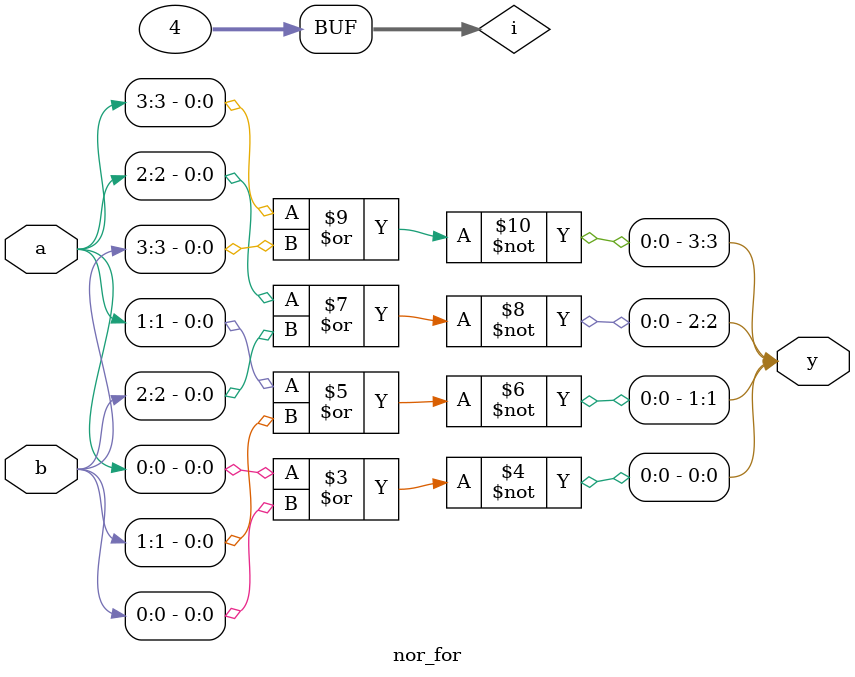
<source format=v>
module nor_for(a, b, y);
	input 	[3:0] a, b;
	output 	[3:0] y;
	reg 		[3:0] y;
	integer			i;
	
	always @(a or b) begin
		for(i=0; i<4; i=i+1)
			y[i] = ~(a[i] | b[i]);
	end
endmodule
</source>
